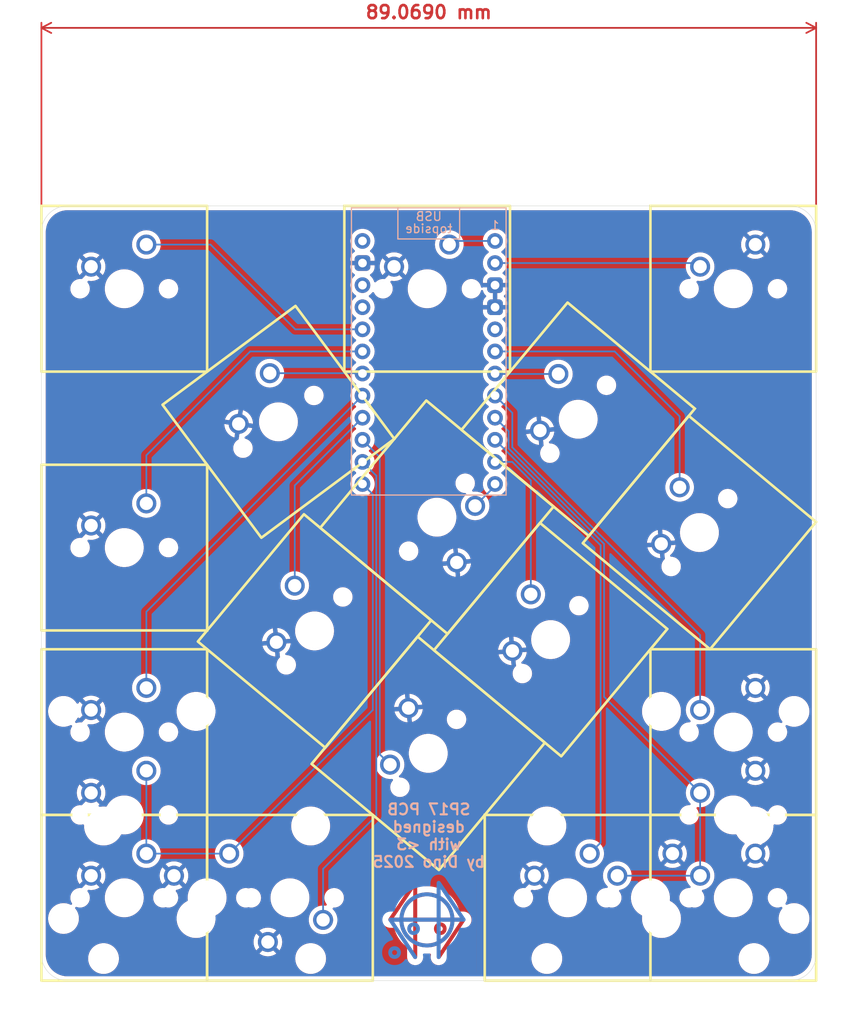
<source format=kicad_pcb>
(kicad_pcb (version 20240108) (generator "pcbnew") (generator_version "8.0")
  (layers (0 "F.Cu" signal) (31 "B.Cu" signal) (34 "B.Paste" user) (35 "F.Paste" user) (36 "B.SilkS" user "B.Silkscreen") (37 "F.SilkS" user "F.Silkscreen") (38 "B.Mask" user) (39 "F.Mask" user) (44 "Edge.Cuts" user))
  (net 0 "")
  (net 2 "GND")
  (net 4 "S1")
  (net 5 "S2")
  (net 6 "S3")
  (net 7 "S4")
  (net 8 "S5")
  (net 9 "S6")
  (net 10 "S7")
  (net 11 "S8")
  (net 12 "S9")
  (net 13 "S10")
  (net 14 "S11")
  (net 15 "S12")
  (net 16 "S13")
  (net 17 "S14")
  (net 18 "S15")
  (net 19 "S16")
  (net 20 "S17")
  (footprint "PCM_marbastlib-mx:SW_MX_1u" (layer "F.Cu") (at 141.372535 114.951269 50.199)
    (property "Reference" "S10" (hide yes))
    (property "Value" "MX_SW_solder")
  )
  (footprint "PCM_marbastlib-mx:STAB_MX_2u" (layer "F.Cu") (at 162.37178 135.109314 -90)
    (property "Reference" "STAB4" (hide yes))
    (property "Value" "MX_stab")
  )
  (footprint "PCM_marbastlib-mx:STAB_MX_2u" (layer "F.Cu") (at 101.87778 144.634314 180)
    (property "Reference" "STAB1" (hide yes))
    (property "Value" "MX_stab")
  )
  (footprint "PCM_marbastlib-mx:SW_MX_1u" (layer "F.Cu") (at 101.87778 144.634314)
    (property "Reference" "S19" (hide yes))
    (property "Value" "MX_SW_solder")
  )
  (footprint "PCM_marbastlib-mx:STAB_MX_2u" (layer "F.Cu") (at 92.35278 135.109314 90)
    (property "Reference" "STAB2" (hide yes))
    (property "Value" "MX_stab")
  )
  (footprint "PCM_marbastlib-mx:STAB_MX_2u" (layer "F.Cu") (at 152.84678 144.634314 180)
    (property "Reference" "STAB3" (hide yes))
    (property "Value" "MX_stab")
  )
  (footprint "PCM_marbastlib-mx:SW_MX_1u" (layer "F.Cu") (at 92.35278 135.109314)
    (property "Reference" "S18" (hide yes))
    (property "Value" "MX_SW_solder")
  )
  (footprint "PCM_marbastlib-mx:SW_MX_1u" (layer "F.Cu") (at 128.297815 100.878459 -129.801)
    (property "Reference" "S7" (hide yes))
    (property "Value" "MX_SW_solder")
  )
  (footprint "PCM_marbastlib-mx:SW_MX_1u" (layer "F.Cu") (at 162.37178 135.109314)
    (property "Reference" "S21" (hide yes))
    (property "Value" "MX_SW_solder")
  )
  (footprint "PCM_marbastlib-mx:SW_MX_1u" (layer "F.Cu") (at 127.303235 128.024369 50.199)
    (property "Reference" "S9" (hide yes))
    (property "Value" "MX_SW_solder")
  )
  (footprint "PCM_marbastlib-mx:SW_MX_1u" (layer "F.Cu") (at 92.35278 125.584314)
    (property "Reference" "S12" (hide yes))
    (property "Value" "MX_SW_solder")
  )
  (footprint "PCM_marbastlib-mx:SW_MX_1u" (layer "F.Cu") (at 152.84678 144.634314)
    (property "Reference" "S20" (hide yes))
    (property "Value" "MX_SW_solder")
  )
  (footprint "PCM_marbastlib-mx:SW_MX_1u" (layer "F.Cu") (at 114.229725 113.952659 50.199)
    (property "Reference" "S6" (hide yes))
    (property "Value" "MX_SW_solder")
  )
  (footprint "PCM_marbastlib-mx:SW_MX_1u" (layer "F.Cu") (at 92.35278 144.634314)
    (property "Reference" "S13" (hide yes))
    (property "Value" "MX_SW_solder")
  )
  (footprint "PCM_marbastlib-mx:SW_MX_1u" (layer "F.Cu") (at 144.541335 89.616859 50.199)
    (property "Reference" "S8" (hide yes))
    (property "Value" "MX_SW_solder")
  )
  (footprint "PCM_marbastlib-mx:SW_MX_1u" (layer "F.Cu") (at 92.35278 104.373314)
    (property "Reference" "S4" (hide yes))
    (property "Value" "MX_SW_solder")
  )
  (footprint "PCM_marbastlib-mx:SW_MX_1u" (layer "F.Cu") (at 92.35278 74.615314)
    (property "Reference" "S1" (hide yes))
    (property "Value" "MX_SW_solder")
  )
  (footprint "PCM_marbastlib-mx:SW_MX_1u" (layer "F.Cu") (at 158.481835 102.645469 50.199)
    (property "Reference" "S11" (hide yes))
    (property "Value" "MX_SW_solder")
  )
  (footprint "PCM_marbastlib-mx:SW_MX_1u" (layer "F.Cu") (at 143.32178 144.634314)
    (property "Reference" "S15" (hide yes))
    (property "Value" "MX_SW_solder")
  )
  (footprint "PCM_marbastlib-mx:SW_MX_1u" (layer "F.Cu") (at 127.17978 74.615314)
    (property "Reference" "S2" (hide yes))
    (property "Value" "MX_SW_solder")
  )
  (footprint "PCM_marbastlib-mx:SW_MX_1u" (layer "F.Cu") (at 162.37178 144.634314)
    (property "Reference" "S16" (hide yes))
    (property "Value" "MX_SW_solder")
  )
  (footprint "PCM_marbastlib-mx:SW_MX_1u" (layer "F.Cu") (at 111.40278 144.634314 180)
    (property "Reference" "S14" (hide yes))
    (property "Value" "MX_SW_solder")
  )
  (footprint "PCM_marbastlib-mx:SW_MX_1u" (layer "F.Cu") (at 162.37178 74.615314)
    (property "Reference" "S3" (hide yes))
    (property "Value" "MX_SW_solder")
  )
  (footprint "PCM_marbastlib-mx:SW_MX_1u" (layer "F.Cu") (at 110.077844 89.914057 36.62)
    (property "Reference" "S5" (hide yes))
    (property "Value" "MX_SW_solder")
  )
  (footprint "PCM_marbastlib-mx:SW_MX_1u" (layer "F.Cu") (at 162.371779 125.584314)
    (property "Reference" "S17" (hide yes))
    (property "Value" "MX_SW_solder")
  )
  (footprint "PCM_marbastlib-xp-promicroish:ProMicro_USBup" (layer "B.Cu") (at 127.36128 83.090314 180)
    (property "Reference" "U1" (hide yes))
    (property "Value" "ProMicro")
  )
  (gr_poly (pts (xy 125.819562 142.687362) (xy 125.83408 142.688807) (xy 125.848397 142.691174) (xy 125.86247 142.694456) (xy 125.87625 142.698644) (xy 125.889694 142.703732) (xy 125.902754 142.709713) (xy 125.915386 142.716578) (xy 125.927544 142.72432) (xy 125.939181 142.732933) (xy 125.950253 142.742408) (xy 125.960713 142.752739) (xy 125.970515 142.763917) (xy 125.979615 142.775937) (xy 125.987966 142.788789) (xy 125.995522 142.802468) (xy 126.00031 142.812429) (xy 126.004757 142.82265) (xy 126.008867 142.833104) (xy 126.012646 142.843768) (xy 126.016099 142.854614) (xy 126.019232 142.865618) (xy 126.022051 142.876753) (xy 126.02456 142.887995) (xy 126.026766 142.899317) (xy 126.028673 142.910694) (xy 126.030287 142.922101) (xy 126.031613 142.933511) (xy 126.032657 142.9449) (xy 126.033425 142.956242) (xy 126.033921 142.96751) (xy 126.034152 142.978681) (xy 126.036136 143.555803) (xy 126.035739 144.133322) (xy 126.035739 144.209522) (xy 126.220181 144.151203) (xy 126.403598 144.102711) (xy 126.585959 144.064138) (xy 126.767229 144.035575) (xy 126.947377 144.017114) (xy 127.12637 144.008846) (xy 127.304175 144.010863) (xy 127.48076 144.023255) (xy 127.656093 144.046116) (xy 127.83014 144.079535) (xy 128.00287 144.123605) (xy 128.174249 144.178417) (xy 128.344246 144.244062) (xy 128.512827 144.320633) (xy 128.67996 144.408219) (xy 128.845613 144.506914) (xy 129.005902 144.614485) (xy 129.156627 144.728192) (xy 129.297872 144.847958) (xy 129.429722 144.973705) (xy 129.55226 145.105355) (xy 129.665572 145.242832) (xy 129.769742 145.386056) (xy 129.864854 145.534952) (xy 129.950993 145.689441) (xy 130.028244 145.849447) (xy 130.09669 146.01489) (xy 130.156417 146.185695) (xy 130.207508 146.361783) (xy 130.250049 146.543076) (xy 130.284124 146.729499) (xy 130.309817 146.920972) (xy 131.269725 146.920972) (xy 131.288775 146.920773) (xy 131.2983 146.920748) (xy 131.303063 146.92082) (xy 131.307825 146.920972) (xy 131.325438 146.92232) (xy 131.342913 146.924047) (xy 131.360187 146.926246) (xy 131.377196 146.929008) (xy 131.393876 146.932428) (xy 131.410163 146.936599) (xy 131.425995 146.941612) (xy 131.441308 146.947562) (xy 131.456037 146.954542) (xy 131.47012 146.962643) (xy 131.483494 146.971961) (xy 131.489894 146.977104) (xy 131.496093 146.982586) (xy 131.502083 146.988419) (xy 131.507855 146.994614) (xy 131.513403 147.001182) (xy 131.518717 147.008135) (xy 131.52379 147.015486) (xy 131.528614 147.023244) (xy 131.533181 147.031423) (xy 131.537484 147.040034) (xy 131.545269 147.057811) (xy 131.551946 147.075617) (xy 131.557495 147.093444) (xy 131.5619 147.111281) (xy 131.565141 147.129122) (xy 131.567203 147.146958) (xy 131.568065 147.164779) (xy 131.567712 147.182578) (xy 131.566125 147.200346) (xy 131.563285 147.218075) (xy 131.559177 147.235755) (xy 131.55378 147.253379) (xy 131.547078 147.270938) (xy 131.539053 147.288423) (xy 131.529687 147.305826) (xy 131.518963 147.323138) (xy 130.069046 149.510713) (xy 128.735547 151.524193) (xy 128.721702 151.545296) (xy 128.707641 151.56622) (xy 128.700384 151.576465) (xy 128.692898 151.586486) (xy 128.685125 151.596224) (xy 128.677007 151.605618) (xy 128.668487 151.614609) (xy 128.659505 151.623137) (xy 128.650003 151.631143) (xy 128.639924 151.638567) (xy 128.63465 151.642041) (xy 128.62921 151.645348) (xy 128.623596 151.64848) (xy 128.617802 151.651429) (xy 128.611819 151.654187) (xy 128.605642 151.656748) (xy 128.599262 151.659104) (xy 128.592672 151.661247) (xy 128.572992 151.66652) (xy 128.553482 151.670442) (xy 128.534198 151.673026) (xy 128.515198 151.674286) (xy 128.496539 151.674234) (xy 128.478278 151.672883) (xy 128.460474 151.670248) (xy 128.443182 151.66634) (xy 128.426461 151.661173) (xy 128.410367 151.654761) (xy 128.394959 151.647116) (xy 128.380294 151.638252) (xy 128.366428 151.628182) (xy 128.35342 151.616919) (xy 128.341326 151.604476) (xy 128.330204 151.590867) (xy 128.319595 151.575533) (xy 128.31039 151.559722) (xy 128.302592 151.543478) (xy 128.296206 151.526846) (xy 128.291233 151.50987) (xy 128.287677 151.492594) (xy 128.285541 151.475062) (xy 128.284829 151.457319) (xy 128.285542 151.439408) (xy 128.287685 151.421374) (xy 128.291261 151.40326) (xy 128.296272 151.385112) (xy 128.302721 151.366973) (xy 128.310613 151.348888) (xy 128.319949 151.3309) (xy 128.330733 151.313055) (xy 128.42977 151.161886) (xy 128.5297 151.011363) (xy 128.730254 150.710863) (xy 130.900896 147.434792) (xy 130.908404 147.423183) (xy 130.91611 147.410979) (xy 130.924411 147.397585) (xy 130.933704 147.382405) (xy 130.315108 147.382405) (xy 130.292123 147.574967) (xy 130.26061 147.762664) (xy 130.220475 147.945404) (xy 130.171621 148.123097) (xy 130.113957 148.295653) (xy 130.047385 148.462981) (xy 129.971813 148.624989) (xy 129.887145 148.781587) (xy 129.793287 148.932686) (xy 129.690144 149.078193) (xy 129.577622 149.218018) (xy 129.455626 149.352071) (xy 129.324061 149.48026) (xy 129.182834 149.602496) (xy 129.031849 149.718687) (xy 128.871012 149.828742) (xy 128.704341 149.929539) (xy 128.536135 150.019066) (xy 128.366421 150.097413) (xy 128.195225 150.164672) (xy 128.022575 150.220934) (xy 127.848498 150.266288) (xy 127.673021 150.300826) (xy 127.496172 150.324638) (xy 127.317976 150.337815) (xy 127.138462 150.340448) (xy 126.957657 150.332627) (xy 126.775588 150.314443) (xy 126.592281 150.285987) (xy 126.407764 150.24735) (xy 126.222064 150.198621) (xy 126.035209 150.139893) (xy 126.035209 150.244138) (xy 126.035738 150.821261) (xy 126.035209 151.109946) (xy 126.033092 151.39878) (xy 126.032766 151.410942) (xy 126.031994 151.423201) (xy 126.030789 151.43553) (xy 126.029165 151.447902) (xy 126.027135 151.460289) (xy 126.024711 151.472664) (xy 126.021908 151.485) (xy 126.018739 151.497271) (xy 126.015216 151.509449) (xy 126.011352 151.521506) (xy 126.007162 151.533417) (xy 126.002657 151.545152) (xy 125.997852 151.556687) (xy 125.992759 151.567992) (xy 125.987392 151.579042) (xy 125.981763 151.589809) (xy 125.977977 151.596459) (xy 125.973965 151.602817) (xy 125.969736 151.608888) (xy 125.965295 151.614673) (xy 125.96065 151.620176) (xy 125.955809 151.625401) (xy 125.950778 151.630351) (xy 125.945565 151.635028) (xy 125.940176 151.639436) (xy 125.93462 151.643579) (xy 125.928903 151.647459) (xy 125.923032 151.65108) (xy 125.917014 151.654444) (xy 125.910858 151.657556) (xy 125.904569 151.660417) (xy 125.898155 151.663032) (xy 125.891623 151.665404) (xy 125.884981 151.667536) (xy 125.878235 151.66943) (xy 125.871393 151.671091) (xy 125.864461 151.672521) (xy 125.857448 151.673724) (xy 125.843204 151.67546) (xy 125.828718 151.676324) (xy 125.814048 151.676343) (xy 125.799251 151.675542) (xy 125.784384 151.673946) (xy 125.766891 151.671251) (xy 125.749958 151.667711) (xy 125.733625 151.663302) (xy 125.717932 151.657997) (xy 125.702918 151.651772) (xy 125.688622 151.6446) (xy 125.675085 151.636456) (xy 125.662345 151.627314) (xy 125.656286 151.622361) (xy 125.650442 151.617149) (xy 125.644817 151.611675) (xy 125.639416 151.605936) (xy 125.634244 151.599928) (xy 125.629306 151.593648) (xy 125.624607 151.587093) (xy 125.620152 151.58026) (xy 125.615946 151.573145) (xy 125.611993 151.565746) (xy 125.608299 151.558059) (xy 125.604869 151.550082) (xy 125.601708 151.54181) (xy 125.59882 151.533241) (xy 125.59621 151.524371) (xy 125.593884 151.515197) (xy 125.590642 151.500641) (xy 125.587691 151.48596) (xy 125.585075 151.471181) (xy 125.582838 151.456327) (xy 125.581022 151.441423) (xy 125.579671 151.426495) (xy 125.578829 151.411566) (xy 125.578538 151.396663) (xy 125.577612 150.695782) (xy 125.579067 149.994901) (xy 125.578942 149.98509) (xy 125.578359 149.97587) (xy 125.57731 149.967201) (xy 125.575785 149.959041) (xy 125.573772 149.951349) (xy 125.571263 149.944085) (xy 125.568247 149.937206) (xy 125.564714 149.930673) (xy 125.560653 149.924443) (xy 125.556056 149.918476) (xy 125.550911 149.912731) (xy 125.545209 149.907166) (xy 125.538939 149.901741) (xy 125.532092 149.896415) (xy 125.524658 149.891146) (xy 125.516626 149.885893) (xy 125.359959 149.78304) (xy 125.211626 149.67471) (xy 125.11729 149.598026) (xy 126.03415 149.598026) (xy 126.034217 149.602297) (xy 126.034415 149.606381) (xy 126.034742 149.610286) (xy 126.035197 149.614018) (xy 126.035779 149.617583) (xy 126.036484 149.620987) (xy 126.037312 149.624236) (xy 126.03826 149.627337) (xy 126.039326 149.630297) (xy 126.04051 149.63312) (xy 126.041808 149.635815) (xy 126.04322 149.638387) (xy 126.044742 149.640842) (xy 126.046374 149.643186) (xy 126.048114 149.645427) (xy 126.049959 149.647569) (xy 126.051908 149.649621) (xy 126.05396 149.651587) (xy 126.058361 149.655289) (xy 126.063148 149.658726) (xy 126.068307 149.661948) (xy 126.073822 149.665006) (xy 126.079678 149.667949) (xy 126.085862 149.67083) (xy 126.092359 149.673697) (xy 126.194208 149.715072) (xy 126.29654 149.752086) (xy 126.399325 149.784743) (xy 126.502537 149.813049) (xy 126.60615 149.837008) (xy 126.710135 149.856625) (xy 126.814466 149.871904) (xy 126.919115 149.88285) (xy 127.024056 149.889467) (xy 127.129262 149.891761) (xy 127.234704 149.889735) (xy 127.340357 149.883395) (xy 127.446192 149.872746) (xy 127.552184 149.857791) (xy 127.658304 149.838535) (xy 127.764525 149.814984) (xy 127.925217 149.77177) (xy 128.08007 149.721137) (xy 128.229088 149.663132) (xy 128.372273 149.597803) (xy 128.50963 149.525196) (xy 128.64116 149.44536) (xy 128.766868 149.358342) (xy 128.886756 149.264188) (xy 129.000827 149.162946) (xy 129.109084 149.054664) (xy 129.211531 148.939388) (xy 129.308171 148.817166) (xy 129.399006 148.688045) (xy 129.48404 148.552073) (xy 129.563276 148.409297) (xy 129.636717 148.259763) (xy 129.659896 148.207697) (xy 129.681807 148.155279) (xy 129.702444 148.102502) (xy 129.721805 148.049362) (xy 129.739886 147.995853) (xy 129.756682 147.941969) (xy 129.772189 147.887706) (xy 129.786405 147.833057) (xy 129.799324 147.778018) (xy 129.810944 147.722582) (xy 129.82126 147.666745) (xy 129.830268 147.610501) (xy 129.837964 147.553845) (xy 129.844346 147.496771) (xy 129.849407 147.439273) (xy 129.853146 147.381347) (xy 126.037855 147.381347) (xy 126.0364 147.406549) (xy 126.03592 147.417885) (xy 126.035786 147.423432) (xy 126.035738 147.428972) (xy 126.03415 149.598026) (xy 125.11729 149.598026) (xy 125.071626 149.560906) (xy 124.939958 149.441632) (xy 124.816621 149.316892) (xy 124.701615 149.186689) (xy 124.594938 149.051027) (xy 124.496591 148.909911) (xy 124.406571 148.763343) (xy 124.324879 148.611329) (xy 124.251514 148.453872) (xy 124.186474 148.290976) (xy 124.12976 148.122644) (xy 124.08137 147.948881) (xy 124.041303 147.769691) (xy 124.009559 147.585076) (xy 124.006169 147.55999) (xy 124.003077 147.534805) (xy 123.997388 147.484534) (xy 123.990972 147.433668) (xy 123.984545 147.380817) (xy 124.439771 147.380817) (xy 124.457675 147.535757) (xy 124.482788 147.686486) (xy 124.515077 147.83306) (xy 124.55451 147.975535) (xy 124.601052 148.113966) (xy 124.65467 148.248411) (xy 124.715331 148.378924) (xy 124.783002 148.505561) (xy 124.85765 148.628378) (xy 124.93924 148.747432) (xy 125.02774 148.862777) (xy 125.123116 148.974469) (xy 125.225335 149.082565) (xy 125.334364 149.18712) (xy 125.450169 149.288189) (xy 125.572717 149.38583) (xy 125.572717 147.380817) (xy 124.439771 147.380817) (xy 123.984545 147.380817) (xy 123.984159 147.377643) (xy 123.915368 147.377643) (xy 123.442292 147.37804) (xy 122.969217 147.376055) (xy 122.959232 147.375837) (xy 122.949137 147.375376) (xy 122.93896 147.374666) (xy 122.928728 147.373699) (xy 122.918468 147.372468) (xy 122.908207 147.370967) (xy 122.897973 147.369189) (xy 122.887792 147.367126) (xy 122.877692 147.364771) (xy 122.867699 147.362118) (xy 122.857841 147.35916) (xy 122.848146 147.355889) (xy 122.838639 147.352299) (xy 122.829349 147.348382) (xy 122.820302 147.344133) (xy 122.811526 147.339542) (xy 122.801121 147.333423) (xy 122.791239 147.326788) (xy 122.781883 147.319662) (xy 122.773055 147.312068) (xy 122.764757 147.304032) (xy 122.756993 147.295577) (xy 122.749764 147.286727) (xy 122.743073 147.277506) (xy 122.736922 147.267939) (xy 122.731314 147.258049) (xy 122.726251 147.247862) (xy 122.721736 147.2374) (xy 122.717771 147.226688) (xy 122.714357 147.21575) (xy 122.711499 147.204611) (xy 122.709198 147.193294) (xy 122.707457 147.181824) (xy 122.706278 147.170224) (xy 122.705663 147.158519) (xy 122.705615 147.146733) (xy 122.706136 147.13489) (xy 122.70723 147.123014) (xy 122.708897 147.111129) (xy 122.711141 147.09926) (xy 122.713964 147.08743) (xy 122.717369 147.075664) (xy 122.721357 147.063986) (xy 122.725932 147.052419) (xy 122.731096 147.040989) (xy 122.73685 147.029719) (xy 122.743198 147.018633) (xy 122.750143 147.007755) (xy 122.811361 146.917268) (xy 123.359213 146.917268) (xy 123.988921 146.917268) (xy 124.443476 146.917268) (xy 125.573776 146.917268) (xy 125.573776 144.963055) (xy 125.453769 145.058271) (xy 125.340224 145.156827) (xy 125.233167 145.258776) (xy 125.132624 145.364172) (xy 125.03862 145.473069) (xy 124.951181 145.58552) (xy 124.870332 145.701578) (xy 124.796099 145.821298) (xy 124.728508 145.944731) (xy 124.667583 146.071933) (xy 124.613351 146.202957) (xy 124.565837 146.337855) (xy 124.525067 146.476682) (xy 124.491067 146.619491) (xy 124.463861 146.766335) (xy 124.443476 146.917268) (xy 123.988921 146.917268) (xy 123.991369 146.901542) (xy 123.993816 146.886708) (xy 123.996065 146.872471) (xy 123.997053 146.865482) (xy 123.997917 146.85853) (xy 124.015426 146.727678) (xy 124.037183 146.597924) (xy 124.063467 146.469373) (xy 124.094556 146.34213) (xy 124.130731 146.216301) (xy 124.150812 146.153949) (xy 124.172269 146.091991) (xy 124.195137 146.030439) (xy 124.219451 145.969306) (xy 124.245245 145.908606) (xy 124.272555 145.848351) (xy 124.32602 145.739024) (xy 124.382828 145.632692) (xy 124.442972 145.529351) (xy 124.506446 145.428995) (xy 124.573244 145.331619) (xy 124.64336 145.237217) (xy 124.716787 145.145783) (xy 124.793519 145.057314) (xy 124.873551 144.971802) (xy 124.956875 144.889242) (xy 125.043485 144.80963) (xy 125.103083 144.758797) (xy 126.03468 144.758797) (xy 126.035738 146.857473) (xy 126.035831 146.864425) (xy 126.036086 146.871421) (xy 126.036464 146.878504) (xy 126.036929 146.885717) (xy 126.037971 146.900707) (xy 126.038473 146.908571) (xy 126.038913 146.916739) (xy 129.849442 146.916739) (xy 129.845143 146.867129) (xy 129.842968 146.843366) (xy 129.840447 146.819901) (xy 129.831715 146.75402) (xy 129.826903 146.721079) (xy 129.824255 146.704609) (xy 129.821396 146.688139) (xy 129.7959 146.566082) (xy 129.765835 146.446601) (xy 129.731182 146.32974) (xy 129.691924 146.215543) (xy 129.648044 146.104057) (xy 129.599522 145.995325) (xy 129.546342 145.889393) (xy 129.488485 145.786306) (xy 129.425934 145.686109) (xy 129.35867 145.588847) (xy 129.286677 145.494564) (xy 129.209936 145.403305) (xy 129.12843 145.315117) (xy 129.04214 145.230043) (xy 128.951049 145.148128) (xy 128.855139 145.069418) (xy 128.696543 144.952108) (xy 128.535897 144.847396) (xy 128.373234 144.755231) (xy 128.208588 144.675561) (xy 128.041991 144.608333) (xy 127.873477 144.553496) (xy 127.70308 144.510998) (xy 127.530833 144.480786) (xy 127.356768 144.46281) (xy 127.18092 144.457016) (xy 127.003322 144.463354) (xy 126.824007 144.48177) (xy 126.643008 144.512214) (xy 126.460359 144.554633) (xy 126.276093 144.608975) (xy 126.090243 144.675189) (xy 126.082637 144.678337) (xy 126.075679 144.681647) (xy 126.072437 144.68337) (xy 126.06935 144.685142) (xy 126.066414 144.686967) (xy 126.063627 144.688848) (xy 126.060987 144.690788) (xy 126.058491 144.69279) (xy 126.056136 144.694857) (xy 126.053919 144.696992) (xy 126.051839 144.699199) (xy 126.049892 144.70148) (xy 126.048076 144.703839) (xy 126.046388 144.706278) (xy 126.044826 144.708801) (xy 126.043386 144.71141) (xy 126.042067 144.71411) (xy 126.040866 144.716902) (xy 126.03978 144.719791) (xy 126.038806 144.722779) (xy 126.037942 144.725869) (xy 126.037186 144.729065) (xy 126.036534 144.732369) (xy 126.035984 144.735785) (xy 126.03518 144.742964) (xy 126.034752 144.750626) (xy 126.03468 144.758797) (xy 125.103083 144.758797) (xy 125.133377 144.732959) (xy 125.226542 144.659225) (xy 125.322975 144.588421) (xy 125.422671 144.520543) (xy 125.525621 144.455585) (xy 125.52975 144.452942) (xy 125.533966 144.449994) (xy 125.538223 144.446773) (xy 125.542472 144.443306) (xy 125.546665 144.439626) (xy 125.550755 144.435763) (xy 125.554692 144.431746) (xy 125.55843 144.427605) (xy 125.561919 144.423372) (xy 125.565113 144.419075) (xy 125.567962 144.414747) (xy 125.570419 144.410416) (xy 125.571485 144.408259) (xy 125.572435 144.406112) (xy 125.573264 144.403981) (xy 125.573964 144.401867) (xy 125.57453 144.399776) (xy 125.574956 144.397711) (xy 125.575236 144.395675) (xy 125.575363 144.393673) (xy 125.577033 144.211201) (xy 125.577612 144.028878) (xy 125.57748 143.664481) (xy 125.563192 143.65866) (xy 123.359213 146.917268) (xy 122.811361 146.917268) (xy 123.801597 145.453593) (xy 125.586476 142.810935) (xy 125.597396 142.795586) (xy 125.608894 142.781283) (xy 125.620924 142.76802) (xy 125.633439 142.75579) (xy 125.646395 142.744584) (xy 125.659746 142.734395) (xy 125.673445 142.725217) (xy 125.687448 142.717041) (xy 125.701707 142.70986) (xy 125.716179 142.703667) (xy 125.730816 142.698455) (xy 125.745573 142.694216) (xy 125.760405 142.690943) (xy 125.775266 142.688628) (xy 125.790109 142.687265) (xy 125.80489 142.686845)) (stroke (width -0.000001)) (fill solid) (layer "F.Cu"))
  (gr_poly (pts (xy 128.728001 147.46286) (xy 128.767256 147.467168) (xy 128.805657 147.473084) (xy 128.843174 147.480575) (xy 128.879776 147.489607) (xy 128.915433 147.500147) (xy 128.950115 147.512163) (xy 128.983792 147.525619) (xy 129.016433 147.540485) (xy 129.048008 147.556725) (xy 129.078487 147.574308) (xy 129.10784 147.593199) (xy 129.136037 147.613366) (xy 129.163046 147.634774) (xy 129.188839 147.657392) (xy 129.213384 147.681186) (xy 129.236652 147.706123) (xy 129.258612 147.732168) (xy 129.279235 147.75929) (xy 129.298489 147.787455) (xy 129.316345 147.816629) (xy 129.332772 147.84678) (xy 129.347741 147.877873) (xy 129.36122 147.909877) (xy 129.37318 147.942758) (xy 129.383591 147.976481) (xy 129.392422 148.011016) (xy 129.399643 148.046327) (xy 129.405224 148.082382) (xy 129.409134 148.119147) (xy 129.411343 148.15659) (xy 129.411822 148.194676) (xy 129.410459 148.234656) (xy 129.407288 148.273812) (xy 129.402353 148.312113) (xy 129.395693 148.34953) (xy 129.38735 148.38603) (xy 129.377366 148.421585) (xy 129.365782 148.456164) (xy 129.352638 148.489736) (xy 129.337977 148.522271) (xy 129.321839 148.553738) (xy 129.304267 148.584107) (xy 129.2853 148.613348) (xy 129.26498 148.64143) (xy 129.24335 148.668323) (xy 129.220449 148.693996) (xy 129.196319 148.718419) (xy 129.171002 148.741561) (xy 129.144538 148.763392) (xy 129.11697 148.783882) (xy 129.088338 148.803001) (xy 129.058683 148.820717) (xy 129.028048 148.837) (xy 128.996472 148.85182) (xy 128.963998 148.865147) (xy 128.930667 148.87695) (xy 128.896519 148.887198) (xy 128.861597 148.895862) (xy 128.825941 148.90291) (xy 128.789594 148.908313) (xy 128.752595 148.91204) (xy 128.714986 148.91406) (xy 128.676809 148.914343) (xy 128.636646 148.912826) (xy 128.597337 148.909495) (xy 128.55891 148.904392) (xy 128.521396 148.897559) (xy 128.484822 148.889039) (xy 128.449219 148.878876) (xy 128.414614 148.867111) (xy 128.381038 148.853787) (xy 128.34852 148.838947) (xy 128.317087 148.822633) (xy 128.28677 148.804889) (xy 128.257598 148.785756) (xy 128.229599 148.765277) (xy 128.202803 148.743496) (xy 128.177238 148.720454) (xy 128.152935 148.696194) (xy 128.129921 148.67076) (xy 128.108226 148.644192) (xy 128.087879 148.616535) (xy 128.068909 148.587831) (xy 128.051345 148.558122) (xy 128.035216 148.527451) (xy 128.020552 148.495861) (xy 128.007381 148.463394) (xy 127.995732 148.430093) (xy 127.985635 148.396) (xy 127.977118 148.361159) (xy 127.970211 148.325612) (xy 127.964942 148.289401) (xy 127.961342 148.252569) (xy 127.959438 148.215159) (xy 127.959299 148.18568) (xy 128.400055 148.18568) (xy 128.400409 148.20075) (xy 128.40146 148.215586) (xy 128.403195 148.230174) (xy 128.405596 148.244497) (xy 128.40865 148.258541) (xy 128.41234 148.272288) (xy 128.416651 148.285723) (xy 128.421569 148.298831) (xy 128.427077 148.311595) (xy 128.43316 148.324001) (xy 128.439803 148.336031) (xy 128.446991 148.34767) (xy 128.454709 148.358903) (xy 128.462941 148.369714) (xy 128.471671 148.380086) (xy 128.480885 148.390005) (xy 128.490567 148.399453) (xy 128.500702 148.408417) (xy 128.511275 148.416878) (xy 128.52227 148.424823) (xy 128.533671 148.432235) (xy 128.545465 148.439098) (xy 128.557635 148.445397) (xy 128.570165 148.451115) (xy 128.583042 148.456237) (xy 128.596249 148.460748) (xy 128.609771 148.46463) (xy 128.623593 148.46787) (xy 128.637699 148.47045) (xy 128.652074 148.472355) (xy 128.666704 148.473569) (xy 128.681572 148.474076) (xy 128.696503 148.47386) (xy 128.711222 148.472926) (xy 128.725712 148.47129) (xy 128.739956 148.468968) (xy 128.753937 148.465978) (xy 128.767639 148.462335) (xy 128.781044 148.458056) (xy 128.794135 148.453158) (xy 128.806897 148.447656) (xy 128.819311 148.441568) (xy 128.831362 148.43491) (xy 128.843032 148.427698) (xy 128.854304 148.419949) (xy 128.865161 148.411679) (xy 128.875588 148.402905) (xy 128.885566 148.393643) (xy 128.895079 148.38391) (xy 128.904109 148.373722) (xy 128.912642 148.363096) (xy 128.920658 148.352047) (xy 128.928142 148.340594) (xy 128.935077 148.328751) (xy 128.941445 148.316536) (xy 128.94723 148.303965) (xy 128.952416 148.291055) (xy 128.956984 148.277822) (xy 128.960919 148.264281) (xy 128.964203 148.250451) (xy 128.96682 148.236348) (xy 128.968753 148.221987) (xy 128.969984 148.207385) (xy 128.970498 148.192559) (xy 128.970278 148.177394) (xy 128.969334 148.162467) (xy 128.967681 148.147796) (xy 128.965334 148.133395) (xy 128.96231 148.11928) (xy 128.958624 148.105468) (xy 128.954292 148.091973) (xy 128.949331 148.078813) (xy 128.943755 148.066002) (xy 128.937582 148.053556) (xy 128.930826 148.041492) (xy 128.923505 148.029825) (xy 128.915633 148.01857) (xy 128.907226 148.007744) (xy 128.898301 147.997362) (xy 128.888873 147.987441) (xy 128.878959 147.977995) (xy 128.868573 147.969041) (xy 128.857733 147.960595) (xy 128.846453 147.952672) (xy 128.83475 147.945288) (xy 128.82264 147.938459) (xy 128.810138 147.9322) (xy 128.797261 147.926529) (xy 128.784024 147.921459) (xy 128.770444 147.917008) (xy 128.756535 147.91319) (xy 128.742315 147.910022) (xy 128.727798 147.90752) (xy 128.713001 147.905699) (xy 128.69794 147.904575) (xy 128.682631 147.904163) (xy 128.668087 147.904576) (xy 128.653738 147.905703) (xy 128.6396 147.907527) (xy 128.625691 147.910031) (xy 128.612029 147.913197) (xy 128.598631 147.917008) (xy 128.585514 147.921447) (xy 128.572696 147.926496) (xy 128.560194 147.932138) (xy 128.548026 147.938356) (xy 128.536209 147.945132) (xy 128.524761 147.952449) (xy 128.513698 147.96029) (xy 128.503039 147.968636) (xy 128.492801 147.977472) (xy 128.483002 147.98678) (xy 128.473658 147.996541) (xy 128.464787 148.00674) (xy 128.456407 148.017358) (xy 128.448536 148.028378) (xy 128.441189 148.039783) (xy 128.434386 148.051556) (xy 128.428143 148.063679) (xy 128.422478 148.076134) (xy 128.417409 148.088906) (xy 128.412952 148.101975) (xy 128.409125 148.115325) (xy 128.405946 148.128938) (xy 128.403432 148.142798) (xy 128.4016 148.156887) (xy 128.400469 148.171186) (xy 128.400055 148.18568) (xy 127.959299 148.18568) (xy 127.959259 148.177213) (xy 127.960895 148.13786) (xy 127.964286 148.099386) (xy 127.969394 148.061814) (xy 127.976179 148.025165) (xy 127.984603 147.98946) (xy 127.994626 147.95472) (xy 128.006208 147.920967) (xy 128.019311 147.888222) (xy 128.033896 147.856507) (xy 128.049922 147.825842) (xy 128.067351 147.79625) (xy 128.086144 147.76775) (xy 128.106261 147.740366) (xy 128.127664 147.714117) (xy 128.150312 147.689025) (xy 128.174167 147.665113) (xy 128.199189 147.6424) (xy 128.225339 147.620908) (xy 128.252578 147.600659) (xy 128.280867 147.581674) (xy 128.310166 147.563974) (xy 128.340437 147.54758) (xy 128.371639 147.532515) (xy 128.403734 147.518798) (xy 128.436683 147.506452) (xy 128.470445 147.495498) (xy 128.504983 147.485957) (xy 128.540256 147.47785) (xy 128.576226 147.471199) (xy 128.612853 147.466025) (xy 128.650098 147.462349) (xy 128.687922 147.460193)) (stroke (width -0.000001)) (fill solid) (layer "F.Cu"))
  (gr_poly (pts (xy 130.901672 150.204945) (xy 130.939889 150.207197) (xy 130.977412 150.211174) (xy 131.014203 150.216843) (xy 131.050225 150.22417) (xy 131.08544 150.233121) (xy 131.119811 150.243664) (xy 131.1533 150.255764) (xy 131.185872 150.269387) (xy 131.217487 150.284502) (xy 131.248109 150.301073) (xy 131.277701 150.319067) (xy 131.306225 150.338451) (xy 131.333644 150.359192) (xy 131.359921 150.381255) (xy 131.385018 150.404608) (xy 131.408897 150.429216) (xy 131.431523 150.455047) (xy 131.452857 150.482066) (xy 131.472862 150.510241) (xy 131.491501 150.539537) (xy 131.508737 150.569921) (xy 131.524531 150.60136) (xy 131.538848 150.63382) (xy 131.551649 150.667267) (xy 131.562898 150.701669) (xy 131.572556 150.73699) (xy 131.580587 150.773199) (xy 131.586954 150.810262) (xy 131.591618 150.848144) (xy 131.594543 150.886812) (xy 131.595692 150.926234) (xy 131.595075 150.964346) (xy 131.592749 151.001861) (xy 131.588744 151.038739) (xy 131.583088 151.074942) (xy 131.575813 151.11043) (xy 131.566949 151.145165) (xy 131.556524 151.179106) (xy 131.54457 151.212216) (xy 131.531116 151.244454) (xy 131.516191 151.275781) (xy 131.499827 151.306159) (xy 131.482053 151.335549) (xy 131.462898 151.36391) (xy 131.442394 151.391205) (xy 131.420569 151.417393) (xy 131.397453 151.442436) (xy 131.373078 151.466295) (xy 131.347472 151.48893) (xy 131.320665 151.510302) (xy 131.292688 151.530373) (xy 131.26357 151.549102) (xy 131.233341 151.566452) (xy 131.202032 151.582382) (xy 131.169672 151.596854) (xy 131.136291 151.609828) (xy 131.101919 151.621265) (xy 131.066586 151.631126) (xy 131.030323 151.639373) (xy 130.993158 151.645965) (xy 130.955121 151.650864) (xy 130.916244 151.65403) (xy 130.876555 151.655425) (xy 130.838462 151.654996) (xy 130.801002 151.652837) (xy 130.764208 151.648976) (xy 130.728115 151.643446) (xy 130.692755 151.636276) (xy 130.658165 151.627496) (xy 130.624377 151.617137) (xy 130.591425 151.605229) (xy 130.559344 151.591803) (xy 130.528167 151.576889) (xy 130.497929 151.560516) (xy 130.468663 151.542716) (xy 130.440404 151.523519) (xy 130.413186 151.502955) (xy 130.387042 151.481055) (xy 130.362006 151.457848) (xy 130.338113 151.433366) (xy 130.315397 151.407638) (xy 130.293891 151.380694) (xy 130.27363 151.352566) (xy 130.254648 151.323283) (xy 130.236978 151.292876) (xy 130.220654 151.261375) (xy 130.205712 151.22881) (xy 130.192184 151.195212) (xy 130.180104 151.160611) (xy 130.169508 151.125038) (xy 130.160428 151.088522) (xy 130.152898 151.051094) (xy 130.146953 151.012785) (xy 130.142627 150.973624) (xy 130.139954 150.933643) (xy 130.140349 150.926234) (xy 130.584455 150.926234) (xy 130.584762 150.941303) (xy 130.585774 150.95614) (xy 130.587473 150.970727) (xy 130.589845 150.985051) (xy 130.592874 150.999094) (xy 130.596544 151.012841) (xy 130.60084 151.026277) (xy 130.605746 151.039385) (xy 130.611246 151.052149) (xy 130.617326 151.064554) (xy 130.623969 151.076585) (xy 130.631159 151.088224) (xy 130.638882 151.099457) (xy 130.647121 151.110268) (xy 130.655861 151.12064) (xy 130.665087 151.130559) (xy 130.674782 151.140007) (xy 130.684932 151.14897) (xy 130.69552 151.157432) (xy 130.70653 151.165377) (xy 130.717949 151.172789) (xy 130.729759 151.179652) (xy 130.741945 151.185951) (xy 130.754491 151.191669) (xy 130.767383 151.196791) (xy 130.780604 151.201301) (xy 130.794138 151.205184) (xy 130.807971 151.208423) (xy 130.822087 151.211003) (xy 130.836469 151.212908) (xy 130.851102 151.214122) (xy 130.865972 151.214629) (xy 130.880903 151.214414) (xy 130.895622 151.213479) (xy 130.910112 151.211843) (xy 130.924356 151.209522) (xy 130.938337 151.206531) (xy 130.952038 151.202888) (xy 130.965443 151.198609) (xy 130.978535 151.193711) (xy 130.991297 151.188209) (xy 131.003711 151.182121) (xy 131.015762 151.175463) (xy 131.027431 151.168251) (xy 131.038703 151.160502) (xy 131.049561 151.152232) (xy 131.059987 151.143458) (xy 131.069965 151.134196) (xy 131.079478 151.124463) (xy 131.088509 151.114275) (xy 131.097041 151.103649) (xy 131.105058 151.092601) (xy 131.112542 151.081147) (xy 131.119476 151.069305) (xy 131.125844 151.05709) (xy 131.13163 151.044519) (xy 131.136815 151.031608) (xy 131.141383 151.018375) (xy 131.145318 151.004835) (xy 131.148602 150.991005) (xy 131.151219 150.976901) (xy 131.153152 150.96254) (xy 131.154383 150.947938) (xy 131.154897 150.933112) (xy 131.154678 150.917945) (xy 131.153734 150.903015) (xy 131.15208 150.888336) (xy 131.149734 150.873926) (xy 131.146709 150.859801) (xy 131.143023 150.845976) (xy 131.138692 150.832468) (xy 131.13373 150.819292) (xy 131.128155 150.806465) (xy 131.121982 150.794003) (xy 131.115226 150.781923) (xy 131.107905 150.770239) (xy 131.100033 150.758968) (xy 131.091626 150.748127) (xy 131.082701 150.737731) (xy 131.073273 150.727796) (xy 131.063359 150.718339) (xy 131.052973 150.709375) (xy 131.042133 150.700921) (xy 131.030853 150.692993) (xy 131.01915 150.685606) (xy 131.00704 150.678778) (xy 130.994538 150.672523) (xy 130.981661 150.666859) (xy 130.968424 150.661801) (xy 130.954844 150.657365) (xy 130.940935 150.653567) (xy 130.926714 150.650424) (xy 130.912198 150.647951) (xy 130.897401 150.646165) (xy 130.88234 150.645081) (xy 130.86703 150.644717) (xy 130.852487 150.645081) (xy 130.838137 150.646163) (xy 130.823999 150.647946) (xy 130.810091 150.650411) (xy 130.796429 150.653541) (xy 130.78303 150.65732) (xy 130.769914 150.661729) (xy 130.757095 150.666752) (xy 130.744594 150.672371) (xy 130.732426 150.678569) (xy 130.720609 150.685328) (xy 130.70916 150.692631) (xy 130.698098 150.70046) (xy 130.687439 150.7088) (xy 130.677201 150.717631) (xy 130.667402 150.726937) (xy 130.658058 150.7367) (xy 130.649187 150.746903) (xy 130.640807 150.757529) (xy 130.632935 150.76856) (xy 130.625589 150.779979) (xy 130.618786 150.791769) (xy 130.612543 150.803912) (xy 130.606878 150.816391) (xy 130.601808 150.829188) (xy 130.597352 150.842287) (xy 130.593525 150.855669) (xy 130.590346 150.869319) (xy 130.587832 150.883217) (xy 130.586 150.897347) (xy 130.584869 150.911692) (xy 130.584455 150.926234) (xy 130.140349 150.926234) (xy 130.141981 150.895576) (xy 130.145566 150.858097) (xy 130.150686 150.821247) (xy 130.157318 150.785064) (xy 130.165439 150.74959) (xy 130.175025 150.714863) (xy 130.186054 150.680923) (xy 130.198502 150.64781) (xy 130.212345 150.615563) (xy 130.227562 150.584223) (xy 130.244128 150.553829) (xy 130.262021 150.524421) (xy 130.281218 150.496038) (xy 130.301694 150.468721) (xy 130.323428 150.442508) (xy 130.346396 150.41744) (xy 130.370574 150.393557) (xy 130.39594 150.370898) (xy 130.422471 150.349502) (xy 130.450142 150.329411) (xy 130.478932 150.310662) (xy 130.508817 150.293297) (xy 130.539774 150.277354) (xy 130.57178 150.262874) (xy 130.60481 150.249896) (xy 130.638844 150.23846) (xy 130.673856 150.228606) (xy 130.709825 150.220373) (xy 130.746726 150.213802) (xy 130.784538 150.208931) (xy 130.823235 150.205801) (xy 130.862796 150.204451)) (stroke (width -0.000001)) (fill solid) (layer "F.Cu"))
  (gr_poly (pts (xy 123.399634 150.204945) (xy 123.361417 150.207197) (xy 123.323894 150.211174) (xy 123.287103 150.216843) (xy 123.251081 150.22417) (xy 123.215866 150.233121) (xy 123.181495 150.243664) (xy 123.148006 150.255764) (xy 123.115434 150.269387) (xy 123.083819 150.284502) (xy 123.053197 150.301073) (xy 123.023605 150.319067) (xy 122.995081 150.338451) (xy 122.967662 150.359192) (xy 122.941385 150.381255) (xy 122.916288 150.404608) (xy 122.892409 150.429216) (xy 122.869783 150.455047) (xy 122.848449 150.482066) (xy 122.828444 150.510241) (xy 122.809805 150.539537) (xy 122.792569 150.569921) (xy 122.776775 150.60136) (xy 122.762458 150.63382) (xy 122.749657 150.667267) (xy 122.738408 150.701669) (xy 122.72875 150.73699) (xy 122.720719 150.773199) (xy 122.714352 150.810262) (xy 122.709688 150.848144) (xy 122.706763 150.886812) (xy 122.705614 150.926234) (xy 122.706231 150.964346) (xy 122.708557 151.001861) (xy 122.712562 151.038739) (xy 122.718218 151.074942) (xy 122.725493 151.11043) (xy 122.734357 151.145165) (xy 122.744782 151.179106) (xy 122.756736 151.212216) (xy 122.77019 151.244454) (xy 122.785115 151.275781) (xy 122.801479 151.306159) (xy 122.819253 151.335549) (xy 122.838408 151.36391) (xy 122.858912 151.391205) (xy 122.880737 151.417393) (xy 122.903853 151.442436) (xy 122.928228 151.466295) (xy 122.953834 151.48893) (xy 122.980641 151.510302) (xy 123.008618 151.530373) (xy 123.037736 151.549102) (xy 123.067965 151.566452) (xy 123.099274 151.582382) (xy 123.131634 151.596854) (xy 123.165015 151.609828) (xy 123.199387 151.621265) (xy 123.23472 151.631126) (xy 123.270983 151.639373) (xy 123.308148 151.645965) (xy 123.346185 151.650864) (xy 123.385062 151.65403) (xy 123.424751 151.655425) (xy 123.462844 151.654996) (xy 123.500304 151.652837) (xy 123.537098 151.648976) (xy 123.573191 151.643446) (xy 123.608551 151.636276) (xy 123.643141 151.627496) (xy 123.676929 151.617137) (xy 123.709881 151.605229) (xy 123.741962 151.591803) (xy 123.773139 151.576889) (xy 123.803377 151.560516) (xy 123.832643 151.542716) (xy 123.860902 151.523519) (xy 123.88812 151.502955) (xy 123.914264 151.481055) (xy 123.9393 151.457848) (xy 123.963193 151.433366) (xy 123.985909 151.407638) (xy 124.007415 151.380694) (xy 124.027676 151.352566) (xy 124.046658 151.323283) (xy 124.064328 151.292876) (xy 124.080652 151.261375) (xy 124.095594 151.22881) (xy 124.109122 151.195212) (xy 124.121202 151.160611) (xy 124.131798 151.125038) (xy 124.140878 151.088522) (xy 124.148408 151.051094) (xy 124.154353 151.012785) (xy 124.158679 150.973624) (xy 124.161352 150.933643) (xy 124.160957 150.926234) (xy 123.716851 150.926234) (xy 123.716544 150.941303) (xy 123.715532 150.95614) (xy 123.713833 150.970727) (xy 123.711461 150.985051) (xy 123.708432 150.999094) (xy 123.704762 151.012841) (xy 123.700466 151.026277) (xy 123.69556 151.039385) (xy 123.69006 151.052149) (xy 123.68398 151.064554) (xy 123.677337 151.076585) (xy 123.670147 151.088224) (xy 123.662424 151.099457) (xy 123.654185 151.110268) (xy 123.645445 151.12064) (xy 123.636219 151.130559) (xy 123.626524 151.140007) (xy 123.616374 151.14897) (xy 123.605786 151.157432) (xy 123.594776 151.165377) (xy 123.583357 151.172789) (xy 123.571547 151.179652) (xy 123.559361 151.185951) (xy 123.546815 151.191669) (xy 123.533923 151.196791) (xy 123.520702 151.201301) (xy 123.507168 151.205184) (xy 123.493335 151.208423) (xy 123.479219 151.211003) (xy 123.464837 151.212908) (xy 123.450204 151.214122) (xy 123.435334 151.214629) (xy 123.420403 151.214414) (xy 123.405684 151.213479) (xy 123.391194 151.211843) (xy 123.37695 151.209522) (xy 123.362969 151.206531) (xy 123.349268 151.202888) (xy 123.335863 151.198609) (xy 123.322771 151.193711) (xy 123.310009 151.188209) (xy 123.297595 151.182121) (xy 123.285544 151.175463) (xy 123.273875 151.168251) (xy 123.262603 151.160502) (xy 123.251745 151.152232) (xy 123.241319 151.143458) (xy 123.231341 151.134196) (xy 123.221828 151.124463) (xy 123.212797 151.114275) (xy 123.204265 151.103649) (xy 123.196248 151.092601) (xy 123.188764 151.081147) (xy 123.18183 151.069305) (xy 123.175462 151.05709) (xy 123.169676 151.044519) (xy 123.164491 151.031608) (xy 123.159923 151.018375) (xy 123.155988 151.004835) (xy 123.152704 150.991005) (xy 123.150087 150.976901) (xy 123.148154 150.96254) (xy 123.146923 150.947938) (xy 123.146409 150.933112) (xy 123.146628 150.917945) (xy 123.147572 150.903015) (xy 123.149226 150.888336) (xy 123.151572 150.873926) (xy 123.154597 150.859801) (xy 123.158283 150.845976) (xy 123.162614 150.832468) (xy 123.167576 150.819292) (xy 123.173151 150.806465) (xy 123.179324 150.794003) (xy 123.18608 150.781923) (xy 123.193401 150.770239) (xy 123.201273 150.758968) (xy 123.20968 150.748127) (xy 123.218605 150.737731) (xy 123.228033 150.727796) (xy 123.237947 150.718339) (xy 123.248333 150.709375) (xy 123.259173 150.700921) (xy 123.270453 150.692993) (xy 123.282156 150.685606) (xy 123.294266 150.678778) (xy 123.306768 150.672523) (xy 123.319645 150.666859) (xy 123.332882 150.661801) (xy 123.346462 150.657365) (xy 123.360371 150.653567) (xy 123.374592 150.650424) (xy 123.389108 150.647951) (xy 123.403905 150.646165) (xy 123.418966 150.645081) (xy 123.434276 150.644717) (xy 123.448819 150.645081) (xy 123.463169 150.646163) (xy 123.477307 150.647946) (xy 123.491215 150.650411) (xy 123.504877 150.653541) (xy 123.518276 150.65732) (xy 123.531392 150.661729) (xy 123.544211 150.666752) (xy 123.556712 150.672371) (xy 123.56888 150.678569) (xy 123.580697 150.685328) (xy 123.592146 150.692631) (xy 123.603208 150.70046) (xy 123.613867 150.7088) (xy 123.624105 150.717631) (xy 123.633904 150.726937) (xy 123.643248 150.7367) (xy 123.652119 150.746903) (xy 123.660499 150.757529) (xy 123.668371 150.76856) (xy 123.675717 150.779979) (xy 123.68252 150.791769) (xy 123.688763 150.803912) (xy 123.694428 150.816391) (xy 123.699498 150.829188) (xy 123.703954 150.842287) (xy 123.707781 150.855669) (xy 123.71096 150.869319) (xy 123.713474 150.883217) (xy 123.715306 150.897347) (xy 123.716437 150.911692) (xy 123.716851 150.926234) (xy 124.160957 150.926234) (xy 124.159325 150.895576) (xy 124.15574 150.858097) (xy 124.15062 150.821247) (xy 124.143988 150.785064) (xy 124.135867 150.74959) (xy 124.126281 150.714863) (xy 124.115252 150.680923) (xy 124.102804 150.64781) (xy 124.088961 150.615563) (xy 124.073744 150.584223) (xy 124.057178 150.553829) (xy 124.039285 150.524421) (xy 124.020088 150.496038) (xy 123.999612 150.468721) (xy 123.977878 150.442508) (xy 123.95491 150.41744) (xy 123.930732 150.393557) (xy 123.905366 150.370898) (xy 123.878835 150.349502) (xy 123.851164 150.329411) (xy 123.822374 150.310662) (xy 123.792489 150.293297) (xy 123.761532 150.277354) (xy 123.729526 150.262874) (xy 123.696496 150.249896) (xy 123.662462 150.23846) (xy 123.62745 150.228606) (xy 123.591481 150.220373) (xy 123.55458 150.213802) (xy 123.516768 150.208931) (xy 123.478071 150.205801) (xy 123.43851 150.204451)) (stroke (width -0.000001)) (fill solid) (layer "B.Cu"))
  (gr_poly (pts (xy 128.481744 142.687362) (xy 128.467226 142.688807) (xy 128.452909 142.691174) (xy 128.438836 142.694456) (xy 128.425056 142.698644) (xy 128.411612 142.703732) (xy 128.398552 142.709713) (xy 128.38592 142.716578) (xy 128.373762 142.72432) (xy 128.362125 142.732933) (xy 128.351053 142.742408) (xy 128.340593 142.752739) (xy 128.330791 142.763917) (xy 128.321691 142.775937) (xy 128.31334 142.788789) (xy 128.305784 142.802468) (xy 128.300996 142.812429) (xy 128.296549 142.82265) (xy 128.292439 142.833104) (xy 128.28866 142.843768) (xy 128.285207 142.854614) (xy 128.282074 142.865618) (xy 128.279255 142.876753) (xy 128.276746 142.887995) (xy 128.27454 142.899317) (xy 128.272633 142.910694) (xy 128.271019 142.922101) (xy 128.269693 142.933511) (xy 128.268649 142.9449) (xy 128.267881 142.956242) (xy 128.267385 142.96751) (xy 128.267154 142.978681) (xy 128.26517 143.555803) (xy 128.265567 144.133322) (xy 128.265567 144.209522) (xy 128.081125 144.151203) (xy 127.897708 144.102711) (xy 127.715347 144.064138) (xy 127.534077 144.035575) (xy 127.353929 144.017114) (xy 127.174936 144.008846) (xy 126.997131 144.010863) (xy 126.820546 144.023255) (xy 126.645213 144.046116) (xy 126.471166 144.079535) (xy 126.298436 144.123605) (xy 126.127057 144.178417) (xy 125.95706 144.244062) (xy 125.788479 144.320633) (xy 125.621346 144.408219) (xy 125.455693 144.506914) (xy 125.295404 144.614485) (xy 125.144679 144.728192) (xy 125.003434 144.847958) (xy 124.871584 144.973705) (xy 124.749046 145.105355) (xy 124.635734 145.242832) (xy 124.531564 145.386056) (xy 124.436452 145.534952) (xy 124.350313 145.689441) (xy 124.273062 145.849447) (xy 124.204616 146.01489) (xy 124.144889 146.185695) (xy 124.093798 146.361783) (xy 124.051257 146.543076) (xy 124.017182 146.729499) (xy 123.991489 146.920972) (xy 123.031581 146.920972) (xy 123.012531 146.920773) (xy 123.003006 146.920748) (xy 122.998243 146.92082) (xy 122.993481 146.920972) (xy 122.975868 146.92232) (xy 122.958393 146.924047) (xy 122.941119 146.926246) (xy 122.92411 146.929008) (xy 122.90743 146.932428) (xy 122.891143 146.936599) (xy 122.875311 146.941612) (xy 122.859998 146.947562) (xy 122.845269 146.954542) (xy 122.831186 146.962643) (xy 122.817812 146.971961) (xy 122.811412 146.977104) (xy 122.805213 146.982586) (xy 122.799223 146.988419) (xy 122.793451 146.994614) (xy 122.787903 147.001182) (xy 122.782589 147.008135) (xy 122.777516 147.015486) (xy 122.772692 147.023244) (xy 122.768125 147.031423) (xy 122.763822 147.040034) (xy 122.756037 147.057811) (xy 122.74936 147.075617) (xy 122.743811 147.093444) (xy 122.739406 147.111281) (xy 122.736165 147.129122) (xy 122.734103 147.146958) (xy 122.733241 147.164779) (xy 122.733594 147.182578) (xy 122.735181 147.200346) (xy 122.738021 147.218075) (xy 122.742129 147.235755) (xy 122.747526 147.253379) (xy 122.754228 147.270938) (xy 122.762253 147.288423) (xy 122.771619 147.305826) (xy 122.782343 147.323138) (xy 124.23226 149.510713) (xy 125.565759 151.524193) (xy 125.579604 151.545296) (xy 125.593665 151.56622) (xy 125.600922 151.576465) (xy 125.608408 151.586486) (xy 125.616181 151.596224) (xy 125.624299 151.605618) (xy 125.632819 151.614609) (xy 125.641801 151.623137) (xy 125.651303 151.631143) (xy 125.661382 151.638567) (xy 125.666656 151.642041) (xy 125.672096 151.645348) (xy 125.67771 151.64848) (xy 125.683504 151.651429) (xy 125.689487 151.654187) (xy 125.695664 151.656748) (xy 125.702044 151.659104) (xy 125.708634 151.661247) (xy 125.728314 151.66652) (xy 125.747824 151.670442) (xy 125.767108 151.673026) (xy 125.786108 151.674286) (xy 125.804767 151.674234) (xy 125.823028 151.672883) (xy 125.840832 151.670248) (xy 125.858124 151.66634) (xy 125.874845 151.661173) (xy 125.890939 151.654761) (xy 125.906347 151.647116) (xy 125.921012 151.638252) (xy 125.934878 151.628182) (xy 125.947886 151.616919) (xy 125.95998 151.604476) (xy 125.971102 151.590867) (xy 125.981711 151.575533) (xy 125.990916 151.559722) (xy 125.998714 151.543478) (xy 126.0051 151.526846) (xy 126.010073 151.50987) (xy 126.013629 151.492594) (xy 126.015765 151.475062) (xy 126.016477 151.457319) (xy 126.015764 151.439408) (xy 126.013621 151.421374) (xy 126.010045 151.40326) (xy 126.005034 151.385112) (xy 125.998585 151.366973) (xy 125.990693 151.348888) (xy 125.981357 151.3309) (xy 125.970573 151.313055) (xy 125.871536 151.161886) (xy 125.771606 151.011363) (xy 125.571052 150.710863) (xy 123.40041 147.434792) (xy 123.392902 147.423183) (xy 123.385196 147.410979) (xy 123.376895 147.397585) (xy 123.367602 147.382405) (xy 123.986198 147.382405) (xy 124.009183 147.574967) (xy 124.040696 147.762664) (xy 124.080831 147.945404) (xy 124.129685 148.123097) (xy 124.187349 148.295653) (xy 124.253921 148.462981) (xy 124.329493 148.624989) (xy 124.414161 148.781587) (xy 124.508019 148.932686) (xy 124.611162 149.078193) (xy 124.723684 149.218018) (xy 124.84568 149.352071) (xy 124.977245 149.48026) (xy 125.118472 149.602496) (xy 125.269457 149.718687) (xy 125.430294 149.828742) (xy 125.596965 149.929539) (xy 125.765171 150.019066) (xy 125.934885 150.097413) (xy 126.106081 150.164672) (xy 126.278731 150.220934) (xy 126.452808 150.266288) (xy 126.628285 150.300826) (xy 126.805134 150.324638) (xy 126.98333 150.337815) (xy 127.162844 150.340448) (xy 127.343649 150.332627) (xy 127.525718 150.314443) (xy 127.709025 150.285987) (xy 127.893542 150.24735) (xy 128.079242 150.198621) (xy 128.266097 150.139893) (xy 128.266097 150.244138) (xy 128.265568 150.821261) (xy 128.266097 151.109946) (xy 128.268214 151.39878) (xy 128.26854 151.410942) (xy 128.269312 151.423201) (xy 128.270517 151.43553) (xy 128.272141 151.447902) (xy 128.274171 151.460289) (xy 128.276595 151.472664) (xy 128.279398 151.485) (xy 128.282567 151.497271) (xy 128.28609 151.509449) (xy 128.289954 151.521506) (xy 128.294144 151.533417) (xy 128.298649 151.545152) (xy 128.303454 151.556687) (xy 128.308547 151.567992) (xy 128.313914 151.579042) (xy 128.319543 151.589809) (xy 128.323329 151.596459) (xy 128.327341 151.602817) (xy 128.33157 151.608888) (xy 128.336011 151.614673) (xy 128.340656 151.620176) (xy 128.345497 151.625401) (xy 128.350528 151.630351) (xy 128.355741 151.635028) (xy 128.36113 151.639436) (xy 128.366686 151.643579) (xy 128.372403 151.647459) (xy 128.378274 151.65108) (xy 128.384292 151.654444) (xy 128.390448 151.657556) (xy 128.396737 151.660417) (xy 128.403151 151.663032) (xy 128.409683 151.665404) (xy 128.416325 151.667536) (xy 128.423071 151.66943) (xy 128.429913 151.671091) (xy 128.436845 151.672521) (xy 128.443858 151.673724) (xy 128.458102 151.67546) (xy 128.472588 151.676324) (xy 128.487258 151.676343) (xy 128.502055 151.675542) (xy 128.516922 151.673946) (xy 128.534415 151.671251) (xy 128.551348 151.667711) (xy 128.567681 151.663302) (xy 128.583374 151.657997) (xy 128.598388 151.651772) (xy 128.612684 151.6446) (xy 128.626221 151.636456) (xy 128.638961 151.627314) (xy 128.64502 151.622361) (xy 128.650864 151.617149) (xy 128.656489 151.611675) (xy 128.66189 151.605936) (xy 128.667062 151.599928) (xy 128.672 151.593648) (xy 128.676699 151.587093) (xy 128.681154 151.58026) (xy 128.68536 151.573145) (xy 128.689313 151.565746) (xy 128.693007 151.558059) (xy 128.696437 151.550082) (xy 128.699598 151.54181) (xy 128.702486 151.533241) (xy 128.705096 151.524371) (xy 128.707422 151.515197) (xy 128.710664 151.500641) (xy 128.713615 151.48596) (xy 128.716231 151.471181) (xy 128.718468 151.456327) (xy 128.720284 151.441423) (xy 128.721635 151.426495) (xy 128.722477 151.411566) (xy 128.722768 151.396663) (xy 128.723694 150.695782) (xy 128.722239 149.994901) (xy 128.722364 149.98509) (xy 128.722947 149.97587) (xy 128.723996 149.967201) (xy 128.725521 149.959041) (xy 128.727534 149.951349) (xy 128.730043 149.944085) (xy 128.733059 149.937206) (xy 128.736592 149.930673) (xy 128.740653 149.924443) (xy 128.74525 149.918476) (xy 128.750395 149.912731) (xy 128.756097 149.907166) (xy 128.762367 149.901741) (xy 128.769214 149.896415) (xy 128.776648 149.891146) (xy 128.78468 149.885893) (xy 128.941347 149.78304) (xy 129.08968 149.67471) (xy 129.184016 149.598026) (xy 128.267156 149.598026) (xy 128.267089 149.602297) (xy 128.266891 149.606381) (xy 128.266564 149.610286) (xy 128.266109 149.614018) (xy 128.265527 149.617583) (xy 128.264822 149.620987) (xy 128.263994 149.624236) (xy 128.263046 149.627337) (xy 128.26198 149.630297) (xy 128.260796 149.63312) (xy 128.259498 149.635815) (xy 128.258086 149.638387) (xy 128.256564 149.640842) (xy 128.254932 149.643186) (xy 128.253192 149.645427) (xy 128.251347 149.647569) (xy 128.249398 149.649621) (xy 128.247346 149.651587) (xy 128.242945 149.655289) (xy 128.238158 149.658726) (xy 128.232999 149.661948) (xy 128.227484 149.665006) (xy 128.221628 149.667949) (xy 128.215444 149.67083) (xy 128.208947 149.673697) (xy 128.107098 149.715072) (xy 128.004766 149.752086) (xy 127.901981 149.784743) (xy 127.798769 149.813049) (xy 127.695156 149.837008) (xy 127.591171 149.856625) (xy 127.48684 149.871904) (xy 127.382191 149.88285) (xy 127.27725 149.889467) (xy 127.172044 149.891761) (xy 127.066602 149.889735) (xy 126.960949 149.883395) (xy 126.855114 149.872746) (xy 126.749122 149.857791) (xy 126.643002 149.838535) (xy 126.536781 149.814984) (xy 126.376089 149.77177) (xy 126.221236 149.721137) (xy 126.072218 149.663132) (xy 125.929033 149.597803) (xy 125.791676 149.525196) (xy 125.660146 149.44536) (xy 125.534438 149.358342) (xy 125.41455 149.264188) (xy 125.300479 149.162946) (xy 125.192222 149.054664) (xy 125.089775 148.939388) (xy 124.993135 148.817166) (xy 124.9023 148.688045) (xy 124.817266 148.552073) (xy 124.73803 148.409297) (xy 124.664589 148.259763) (xy 124.64141 148.207697) (xy 124.619499 148.155279) (xy 124.598862 148.102502) (xy 124.579501 148.049362) (xy 124.56142 147.995853) (xy 124.544624 147.941969) (xy 124.529117 147.887706) (xy 124.514901 147.833057) (xy 124.501982 147.778018) (xy 124.490362 147.722582) (xy 124.480046 147.666745) (xy 124.471038 147.610501) (xy 124.463342 147.553845) (xy 124.45696 147.496771) (xy 124.451899 147.439273) (xy 124.44816 147.381347) (xy 128.263451 147.381347) (xy 128.264906 147.406549) (xy 128.265386 147.417885) (xy 128.26552 147.423432) (xy 128.265568 147.428972) (xy 128.267156 149.598026) (xy 129.184016 149.598026) (xy 129.22968 149.560906) (xy 129.361348 149.441632) (xy 129.484685 149.316892) (xy 129.599691 149.186689) (xy 129.706368 149.051027) (xy 129.804715 148.909911) (xy 129.894735 148.763343) (xy 129.976427 148.611329) (xy 130.049792 148.453872) (xy 130.114832 148.290976) (xy 130.171546 148.122644) (xy 130.219936 147.948881) (xy 130.260003 147.769691) (xy 130.291747 147.585076) (xy 130.295137 147.55999) (xy 130.298229 147.534805) (xy 130.303918 147.484534) (xy 130.310334 147.433668) (xy 130.316761 147.380817) (xy 129.861535 147.380817) (xy 129.843631 147.535757) (xy 129.818518 147.686486) (xy 129.786229 147.83306) (xy 129.746796 147.975535) (xy 129.700254 148.113966) (xy 129.646636 148.248411) (xy 129.585975 148.378924) (xy 129.518304 148.505561) (xy 129.443656 148.628378) (xy 129.362066 148.747432) (xy 129.273566 148.862777) (xy 129.17819 148.974469) (xy 129.075971 149.082565) (xy 128.966942 149.18712) (xy 128.851137 149.288189) (xy 128.728589 149.38583) (xy 128.728589 147.380817) (xy 129.861535 147.380817) (xy 130.316761 147.380817) (xy 130.317147 147.377643) (xy 130.385938 147.377643) (xy 130.859014 147.37804) (xy 131.332089 147.376055) (xy 131.342074 147.375837) (xy 131.352169 147.375376) (xy 131.362346 147.374666) (xy 131.372578 147.373699) (xy 131.382838 147.372468) (xy 131.393099 147.370967) (xy 131.403333 147.369189) (xy 131.413514 147.367126) (xy 131.423614 147.364771) (xy 131.433607 147.362118) (xy 131.443465 147.35916) (xy 131.45316 147.355889) (xy 131.462667 147.352299) (xy 131.471957 147.348382) (xy 131.481004 147.344133) (xy 131.48978 147.339542) (xy 131.500185 147.333423) (xy 131.510067 147.326788) (xy 131.519423 147.319662) (xy 131.528251 147.312068) (xy 131.536549 147.304032) (xy 131.544313 147.295577) (xy 131.551542 147.286727) (xy 131.558233 147.277506) (xy 131.564384 147.267939) (xy 131.569992 147.258049) (xy 131.575055 147.247862) (xy 131.57957 147.2374) (xy 131.583535 147.226688) (xy 131.586949 147.21575) (xy 131.589807 147.204611) (xy 131.592108 147.193294) (xy 131.593849 147.181824) (xy 131.595028 147.170224) (xy 131.595643 147.158519) (xy 131.595691 147.146733) (xy 131.59517 147.13489) (xy 131.594076 147.123014) (xy 131.592409 147.111129) (xy 131.590165 147.09926) (xy 131.587342 147.08743) (xy 131.583937 147.075664) (xy 131.579949 147.063986) (xy 131.575374 147.052419) (xy 131.57021 147.040989) (xy 131.564456 147.029719) (xy 131.558108 147.018633) (xy 131.551163 147.007755) (xy 131.489945 146.917268) (xy 130.942093 146.917268) (xy 130.312385 146.917268) (xy 129.85783 146.917268) (xy 128.72753 146.917268) (xy 128.72753 144.963055) (xy 128.847537 145.058271) (xy 128.961082 145.156827) (xy 129.068139 145.258776) (xy 129.168682 145.364172) (xy 129.262686 145.473069) (xy 129.350125 145.58552) (xy 129.430974 145.701578) (xy 129.505207 145.821298) (xy 129.572798 145.944731) (xy 129.633723 146.071933) (xy 129.687955 146.202957) (xy 129.735469 146.337855) (xy 129.776239 146.476682) (xy 129.810239 146.619491) (xy 129.837445 146.766335) (xy 129.85783 146.917268) (xy 130.312385 146.917268) (xy 130.309937 146.901542) (xy 130.30749 146.886708) (xy 130.305241 146.872471) (xy 130.304253 146.865482) (xy 130.303389 146.85853) (xy 130.28588 146.727678) (xy 130.264123 146.597924) (xy 130.237839 146.469373) (xy 130.20675 146.34213) (xy 130.170575 146.216301) (xy 130.150494 146.153949) (xy 130.129037 146.091991) (xy 130.106169 146.030439) (xy 130.081855 145.969306) (xy 130.056061 145.908606) (xy 130.028751 145.848351) (xy 129.975286 145.739024) (xy 129.918478 145.632692) (xy 129.858334 145.529351) (xy 129.79486 145.428995) (xy 129.728062 145.331619) (xy 129.657946 145.237217) (xy 129.584519 145.145783) (xy 129.507787 145.057314) (xy 129.427755 144.971802) (xy 129.344431 144.889242) (xy 129.257821 144.80963) (xy 129.198223 144.758797) (xy 128.266626 144.758797) (xy 128.265568 146.857473) (xy 128.265475 146.864425) (xy 128.26522 146.871421) (xy 128.264842 146.878504) (xy 128.264377 146.885717) (xy 128.263335 146.900707) (xy 128.262833 146.908571) (xy 128.262393 146.916739) (xy 124.451864 146.916739) (xy 124.456163 146.867129) (xy 124.458338 146.843366) (xy 124.460859 146.819901) (xy 124.469591 146.75402) (xy 124.474403 146.721079) (xy 124.477051 146.704609) (xy 124.47991 146.688139) (xy 124.505406 146.566082) (xy 124.535471 146.446601) (xy 124.570124 146.32974) (xy 124.609382 146.215543) (xy 124.653262 146.104057) (xy 124.701784 145.995325) (xy 124.754964 145.889393) (xy 124.812821 145.786306) (xy 124.875372 145.686109) (xy 124.942636 145.588847) (xy 125.014629 145.494564) (xy 125.09137 145.403305) (xy 125.172876 145.315117) (xy 125.259166 145.230043) (xy 125.350257 145.148128) (xy 125.446167 145.069418) (xy 125.604763 144.952108) (xy 125.765409 144.847396) (xy 125.928072 144.755231) (xy 126.092718 144.675561) (xy 126.259315 144.608333) (xy 126.427829 144.553496) (xy 126.598226 144.510998) (xy 126.770473 144.480786) (xy 126.944538 144.46281) (xy 127.120386 144.457016) (xy 127.297984 144.463354) (xy 127.477299 144.48177) (xy 127.658298 144.512214) (xy 127.840947 144.554633) (xy 128.025213 144.608975) (xy 128.211063 144.675189) (xy 128.218669 144.678337) (xy 128.225627 144.681647) (xy 128.228869 144.68337) (xy 128.231956 144.685142) (xy 128.234892 144.686967) (xy 128.237679 144.688848) (xy 128.240319 144.690788) (xy 128.242815 144.69279) (xy 128.24517 144.694857) (xy 128.247387 144.696992) (xy 128.249467 144.699199) (xy 128.251414 144.70148) (xy 128.25323 144.703839) (xy 128.254918 144.706278) (xy 128.25648 144.708801) (xy 128.25792 144.71141) (xy 128.259239 144.71411) (xy 128.26044 144.716902) (xy 128.261526 144.719791) (xy 128.2625 144.722779) (xy 128.263364 144.725869) (xy 128.26412 144.729065) (xy 128.264772 144.732369) (xy 128.265322 144.735785) (xy 128.266126 144.742964) (xy 128.266554 144.750626) (xy 128.266626 144.758797) (xy 129.198223 144.758797) (xy 129.167929 144.732959) (xy 129.074764 144.659225) (xy 128.978331 144.588421) (xy 128.878635 144.520543) (xy 128.775685 144.455585) (xy 128.771556 144.452942) (xy 128.76734 144.449994) (xy 128.763083 144.446773) (xy 128.758834 144.443306) (xy 128.754641 144.439626) (xy 128.750551 144.435763) (xy 128.746614 144.431746) (xy 128.742876 144.427605) (xy 128.739387 144.423372) (xy 128.736193 144.419075) (xy 128.733344 144.414747) (xy 128.730887 144.410416) (xy 128.729821 144.408259) (xy 128.728871 144.406112) (xy 128.728042 144.403981) (xy 128.727342 144.401867) (xy 128.726776 144.399776) (xy 128.72635 144.397711) (xy 128.72607 144.395675) (xy 128.725943 144.393673) (xy 128.724273 144.211201) (xy 128.723694 144.028878) (xy 128.723826 143.664481) (xy 128.738114 143.65866) (xy 130.942093 146.917268) (xy 131.489945 146.917268) (xy 130.499709 145.453593) (xy 128.71483 142.810935) (xy 128.70391 142.795586) (xy 128.692412 142.781283) (xy 128.680382 142.76802) (xy 128.667867 142.75579) (xy 128.654911 142.744584) (xy 128.64156 142.734395) (xy 128.627861 142.725217) (xy 128.613858 142.717041) (xy 128.599599 142.70986) (xy 128.585127 142.703667) (xy 128.57049 142.698455) (xy 128.555733 142.694216) (xy 128.540901 142.690943) (xy 128.52604 142.688628) (xy 128.511197 142.687265) (xy 128.496416 142.686845)) (stroke (width -0.000001)) (fill solid) (layer "B.Cu"))
  (gr_poly (pts (xy 125.573305 147.46286) (xy 125.53405 147.467168) (xy 125.495649 147.473084) (xy 125.458132 147.480575) (xy 125.42153 147.489607) (xy 125.385873 147.500147) (xy 125.351191 147.512163) (xy 125.317514 147.525619) (xy 125.284873 147.540485) (xy 125.253298 147.556725) (xy 125.222819 147.574308) (xy 125.193466 147.593199) (xy 125.165269 147.613366) (xy 125.13826 147.634774) (xy 125.112467 147.657392) (xy 125.087922 147.681186) (xy 125.064654 147.706123) (xy 125.042694 147.732168) (xy 125.022071 147.75929) (xy 125.002817 147.787455) (xy 124.984961 147.816629) (xy 124.968534 147.84678) (xy 124.953565 147.877873) (xy 124.940086 147.909877) (xy 124.928126 147.942758) (xy 124.917715 147.976481) (xy 124.908884 148.011016) (xy 124.901663 148.046327) (xy 124.896082 148.082382) (xy 124.892172 148.119147) (xy 124.889963 148.15659) (xy 124.889484 148.194676) (xy 124.890847 148.234656) (xy 124.894018 148.273812) (xy 124.898953 148.312113) (xy 124.905613 148.34953) (xy 124.913956 148.38603) (xy 124.92394 148.421585) (xy 124.935524 148.456164) (xy 124.948668 148.489736) (xy 124.963329 148.522271) (xy 124.979467 148.553738) (xy 124.997039 148.584107) (xy 125.016006 148.613348) (xy 125.036326 148.64143) (xy 125.057956 148.668323) (xy 125.080857 148.693996) (xy 125.104987 148.718419) (xy 125.130304 148.741561) (xy 125.156768 148.763392) (xy 125.184336 148.783882) (xy 125.212968 148.803001) (xy 125.242623 148.820717) (xy 125.273258 148.837) (xy 125.304834 148.85182) (xy 125.337308 148.865147) (xy 125.370639 148.87695) (xy 125.404787 148.887198) (xy 125.439709 148.895862) (xy 125.475365 148.90291) (xy 125.511712 148.908313) (xy 125.548711 148.91204) (xy 125.58632 148.91406) (xy 125.624497 148.914343) (xy 125.66466 148.912826) (xy 125.703969 148.909495) (xy 125.742396 148.904392) (xy 125.77991 148.897559) (xy 125.816484 148.889039) (xy 125.852087 148.878876) (xy 125.886692 148.867111) (xy 125.920268 148.853787) (xy 125.952786 148.838947) (xy 125.984219 148.822633) (xy 126.014536 148.804889) (xy 126.043708 148.785756) (xy 126.071707 148.765277) (xy 126.098503 148.743496) (xy 126.124068 148.720454) (xy 126.148371 148.696194) (xy 126.171385 148.67076) (xy 126.19308 148.644192) (xy 126.213427 148.616535) (xy 126.232397 148.587831) (xy 126.249961 148.558122) (xy 126.26609 148.527451) (xy 126.280754 148.495861) (xy 126.293925 148.463394) (xy 126.305574 148.430093) (xy 126.315671 148.396) (xy 126.324188 148.361159) (xy 126.331095 148.325612) (xy 126.336364 148.289401) (xy 126.339964 148.252569) (xy 126.341868 148.215159) (xy 126.342007 148.18568) (xy 125.901251 148.18568) (xy 125.900897 148.20075) (xy 125.899846 148.215586) (xy 125.898111 148.230174) (xy 125.89571 148.244497) (xy 125.892656 148.258541) (xy 125.888966 148.272288) (xy 125.884655 148.285723) (xy 125.879737 148.298831) (xy 125.874229 148.311595) (xy 125.868146 148.324001) (xy 125.861503 148.336031) (xy 125.854315 148.34767) (xy 125.846597 148.358903) (xy 125.838365 148.369714) (xy 125.829635 148.380086) (xy 125.820421 148.390005) (xy 125.810739 148.399453) (xy 125.800604 148.408417) (xy 125.790031 148.416878) (xy 125.779036 148.424823) (xy 125.767635 148.432235) (xy 125.755841 148.439098) (xy 125.743671 148.445397) (xy 125.731141 148.451115) (xy 125.718264 148.456237) (xy 125.705057 148.460748) (xy 125.691535 148.46463) (xy 125.677713 148.46787) (xy 125.663607 148.47045) (xy 125.649232 148.472355) (xy 125.634602 148.473569) (xy 125.619734 148.474076) (xy 125.604803 148.47386) (xy 125.590084 148.472926) (xy 125.575594 148.47129) (xy 125.56135 148.468968) (xy 125.547369 148.465978) (xy 125.533667 148.462335) (xy 125.520262 148.458056) (xy 125.507171 148.453158) (xy 125.494409 148.447656) (xy 125.481995 148.441568) (xy 125.469944 148.43491) (xy 125.458274 148.427698) (xy 125.447002 148.419949) (xy 125.436145 148.411679) (xy 125.425718 148.402905) (xy 125.41574 148.393643) (xy 125.406227 148.38391) (xy 125.397197 148.373722) (xy 125.388664 148.363096) (xy 125.380648 148.352047) (xy 125.373164 148.340594) (xy 125.366229 148.328751) (xy 125.359861 148.316536) (xy 125.354076 148.303965) (xy 125.34889 148.291055) (xy 125.344322 148.277822) (xy 125.340387 148.264281) (xy 125.337103 148.250451) (xy 125.334486 148.236348) (xy 125.332553 148.221987) (xy 125.331322 148.207385) (xy 125.330808 148.192559) (xy 125.331028 148.177394) (xy 125.331972 148.162467) (xy 125.333625 148.147796) (xy 125.335972 148.133395) (xy 125.338996 148.11928) (xy 125.342682 148.105468) (xy 125.347014 148.091973) (xy 125.351975 148.078813) (xy 125.357551 148.066002) (xy 125.363724 148.053556) (xy 125.37048 148.041492) (xy 125.377801 148.029825) (xy 125.385673 148.01857) (xy 125.39408 148.007744) (xy 125.403005 147.997362) (xy 125.412433 147.987441) (xy 125.422347 147.977995) (xy 125.432733 147.969041) (xy 125.443573 147.960595) (xy 125.454853 147.952672) (xy 125.466556 147.945288) (xy 125.478666 147.938459) (xy 125.491168 147.9322) (xy 125.504045 147.926529) (xy 125.517282 147.921459) (xy 125.530862 147.917008) (xy 125.544771 147.91319) (xy 125.558991 147.910022) (xy 125.573508 147.90752) (xy 125.588305 147.905699) (xy 125.603366 147.904575) (xy 125.618675 147.904163) (xy 125.633219 147.904576) (xy 125.647568 147.905703) (xy 125.661706 147.907527) (xy 125.675615 147.910031) (xy 125.689277 147.913197) (xy 125.702675 147.917008) (xy 125.715792 147.921447) (xy 125.72861 147.926496) (xy 125.741112 147.932138) (xy 125.75328 147.938356) (xy 125.765097 147.945132) (xy 125.776545 147.952449) (xy 125.787608 147.96029) (xy 125.798267 147.968636) (xy 125.808505 147.977472) (xy 125.818304 147.98678) (xy 125.827648 147.996541) (xy 125.836519 148.00674) (xy 125.844899 148.017358) (xy 125.85277 148.028378) (xy 125.860117 148.039783) (xy 125.86692 148.051556) (xy 125.873163 148.063679) (xy 125.878828 148.076134) (xy 125.883897 148.088906) (xy 125.888354 148.101975) (xy 125.892181 148.115325) (xy 125.89536 148.128938) (xy 125.897874 148.142798) (xy 125.899706 148.156887) (xy 125.900837 148.171186) (xy 125.901251 148.18568) (xy 126.342007 148.18568) (xy 126.342047 148.177213) (xy 126.340411 148.13786) (xy 126.33702 148.099386) (xy 126.331912 148.061814) (xy 126.325127 148.025165) (xy 126.316703 147.98946) (xy 126.30668 147.95472) (xy 126.295098 147.920967) (xy 126.281995 147.888222) (xy 126.26741 147.856507) (xy 126.251384 147.825842) (xy 126.233955 147.79625) (xy 126.215162 147.76775) (xy 126.195045 147.740366) (xy 126.173642 147.714117) (xy 126.150994 147.689025) (xy 126.127139 147.665113) (xy 126.102117 147.6424) (xy 126.075967 147.620908) (xy 126.048728 147.600659) (xy 126.020439 147.581674) (xy 125.99114 147.563974) (xy 125.960869 147.54758) (xy 125.929667 147.532515) (xy 125.897572 147.518798) (xy 125.864623 147.506452) (xy 125.830861 147.495498) (xy 125.796323 147.485957) (xy 125.76105 147.47785) (xy 125.72508 147.471199) (xy 125.688453 147.466025) (xy 125.651208 147.462349) (xy 125.613384 147.460193)) (stroke (width -0.000001)) (fill solid) (layer "B.Cu"))
  (gr_poly (pts (xy 101.87778 113.898314) (xy 82.82778 113.898314) (xy 82.827781 94.848314) (xy 101.87778 94.848314)) (stroke (width 0.3)) (fill none) (layer "F.SilkS"))
  (gr_rect (start 82.82778 65.090314) (end 101.87778 84.140314) (stroke (width 0.3)) (fill none) (layer "F.SilkS"))
  (gr_rect (start 117.65478 65.090314) (end 136.70478 84.140314) (stroke (width 0.3)) (fill none) (layer "F.SilkS"))
  (gr_poly (pts (xy 108.114701 103.240621) (xy 96.751012 87.951112) (xy 112.040521 76.587424) (xy 123.40421 91.876932)) (stroke (width 0.3)) (fill none) (layer "F.SilkS"))
  (gr_poly (pts (xy 142.59339 128.366214) (xy 127.957589 116.172124) (xy 140.151679 101.536323) (xy 154.78748 113.730413)) (stroke (width 0.3)) (fill none) (layer "F.SilkS"))
  (gr_poly (pts (xy 159.70269 116.060414) (xy 145.06689 103.866324) (xy 157.260978 89.230523) (xy 171.89678 101.424613)) (stroke (width 0.3)) (fill none) (layer "F.SilkS"))
  (gr_rect (start 152.84678 65.090314) (end 171.89678 84.140314) (stroke (width 0.3)) (fill none) (layer "F.SilkS"))
  (gr_rect (start 152.84678 135.109314) (end 171.89678 154.159314) (stroke (width 0.3)) (fill none) (layer "F.SilkS"))
  (gr_poly (pts (xy 129.51867 114.293405) (xy 114.882869 102.099314) (xy 127.076959 87.463513) (xy 141.71276 99.657603)) (stroke (width 0.3)) (fill none) (layer "F.SilkS"))
  (gr_rect (start 133.79678 135.109314) (end 152.84678 154.159314) (stroke (width 0.3)) (fill none) (layer "F.SilkS"))
  (gr_rect (start 101.87778 135.109314) (end 120.92778 154.159314) (stroke (width 0.3)) (fill none) (layer "F.SilkS"))
  (gr_poly (pts (xy 145.76219 103.031804) (xy 131.126389 90.837714) (xy 143.320479 76.201913) (xy 157.95628 88.396003)) (stroke (width 0.3)) (fill none) (layer "F.SilkS"))
  (gr_poly (pts (xy 128.52409 141.439314) (xy 113.888289 129.245224) (xy 126.082379 114.609423) (xy 140.71818 126.803513)) (stroke (width 0.3)) (fill none) (layer "F.SilkS"))
  (gr_poly (pts (xy 115.45058 127.367604) (xy 100.814779 115.173514) (xy 113.008869 100.537713) (xy 127.64467 112.731803)) (stroke (width 0.3)) (fill none) (layer "F.SilkS"))
  (gr_poly (pts (xy 171.89678 135.109314) (xy 152.84678 135.109314) (xy 152.84678 116.059314) (xy 171.89678 116.059313)) (stroke (width 0.3)) (fill none) (layer "F.SilkS"))
  (gr_rect (start 82.82778 135.109314) (end 101.87778 154.159314) (stroke (width 0.3)) (fill none) (layer "F.SilkS"))
  (gr_poly (pts (xy 101.87778 135.109314) (xy 82.82778 135.109314) (xy 82.827781 116.059314) (xy 101.87778 116.059314)) (stroke (width 0.3)) (fill none) (layer "F.SilkS"))
  (gr_line (start 168.89678 154.159314) (end 85.82778 154.159314) (stroke (width 0.05)) (layer "Edge.Cuts"))
  (gr_arc (start 171.896779 151.159314) (mid 171.0181 153.280634) (end 168.89678 154.159314) (stroke (width 0.05)) (layer "Edge.Cuts"))
  (gr_arc (start 168.89678 65.090314) (mid 171.0181 65.968994) (end 171.89678 68.090314) (stroke (width 0.05)) (layer "Edge.Cuts"))
  (gr_line (start 85.827779 65.090314) (end 168.89678 65.090314) (stroke (width 0.05)) (layer "Edge.Cuts"))
  (gr_arc (start 82.82778 68.090314) (mid 83.706459 65.968994) (end 85.827779 65.090314) (stroke (width 0.05)) (layer "Edge.Cuts"))
  (gr_line (start 171.89678 68.090314) (end 171.896779 151.159314) (stroke (width 0.05)) (layer "Edge.Cuts"))
  (gr_arc (start 85.82778 154.159314) (mid 83.70646 153.280634) (end 82.827781 151.159314) (stroke (width 0.05)) (layer "Edge.Cuts"))
  (gr_line (start 82.827781 151.159314) (end 82.82778 68.090314) (stroke (width 0.05)) (layer "Edge.Cuts"))
  (gr_text "SP17 PCB\ndesigned\nwith <3\nby Dino 2025" (at 127.36228 137.490564 0) (layer "B.SilkS") (effects (font (size 1.25 1.25) (thickness 0.25) (bold yes)) (justify mirror)))
  (dimension (type aligned) (layer "F.Cu") (pts (xy 171.89678 68.090314) (xy 82.82778 68.090314)) (height 23.468499) (gr_text "89,0690 mm" (at 127.36228 42.821815 0) (layer "F.Cu") (effects (font (size 1.5 1.5) (thickness 0.3)))) (format (prefix "") (suffix "") (units 3) (units_format 1) (precision 4)) (style (thickness 0.2) (arrow_length 1.27) (text_position_mode 0) (extension_height 0.58642) (extension_offset 0.5) keep_text_aligned))
  (segment (start 102.26953 69.535314) (end 112.01453 79.280314) (width 0.2) (layer "B.Cu") (net 4))
  (segment (start 112.01453 79.280314) (end 119.74128 79.280314) (width 0.2) (layer "B.Cu") (net 4))
  (segment (start 94.89278 69.535314) (end 102.26953 69.535314) (width 0.2) (layer "B.Cu") (net 4))
  (segment (start 130.13478 69.120314) (end 129.71978 69.535314) (width 0.2) (layer "B.Cu") (net 5))
  (segment (start 134.98128 69.120314) (end 130.13478 69.120314) (width 0.2) (layer "B.Cu") (net 5))
  (segment (start 134.98128 71.660314) (end 158.14678 71.660314) (width 0.2) (layer "B.Cu") (net 6))
  (segment (start 158.14678 71.660314) (end 158.56178 72.075314) (width 0.2) (layer "B.Cu") (net 6))
  (segment (start 106.83253 81.820314) (end 119.74128 81.820314) (width 0.2) (layer "B.Cu") (net 7))
  (segment (start 94.89278 99.293314) (end 94.89278 93.760064) (width 0.2) (layer "B.Cu") (net 7))
  (segment (start 94.89278 93.760064) (end 106.83253 81.820314) (width 0.2) (layer "B.Cu") (net 7))
  (segment (start 109.086225 84.321679) (end 119.702645 84.321679) (width 0.2) (layer "B.Cu") (net 8))
  (segment (start 119.702645 84.321679) (end 119.74128 84.360314) (width 0.2) (layer "B.Cu") (net 8))
  (segment (start 111.952814 108.749423) (end 111.952814 97.22878) (width 0.2) (layer "B.Cu") (net 9))
  (segment (start 111.952814 97.22878) (end 119.74128 89.440314) (width 0.2) (layer "B.Cu") (net 9))
  (segment (start 134.98128 97.284071) (end 134.98128 97.060314) (width 0.2) (layer "B.Cu") (net 10))
  (segment (start 132.688096 99.577255) (end 134.98128 97.284071) (width 0.2) (layer "B.Cu") (net 10))
  (segment (start 135.034589 84.413623) (end 134.98128 84.360314) (width 0.2) (layer "B.Cu") (net 11))
  (segment (start 142.264424 84.413623) (end 135.034589 84.413623) (width 0.2) (layer "B.Cu") (net 11))
  (segment (start 121.72778 128.1404) (end 122.912954 129.325574) (width 0.2) (layer "B.Cu") (net 12))
  (segment (start 119.74128 91.980314) (end 121.72778 93.966814) (width 0.2) (layer "B.Cu") (net 12))
  (segment (start 121.72778 93.966814) (end 121.72778 128.1404) (width 0.2) (layer "B.Cu") (net 12))
  (segment (start 134.98128 94.520314) (end 136.955594 94.520314) (width 0.2) (layer "B.Cu") (net 13))
  (segment (start 136.955594 94.520314) (end 139.095624 96.660344) (width 0.2) (layer "B.Cu") (net 13))
  (segment (start 139.095624 96.660344) (end 139.095624 109.748033) (width 0.2) (layer "B.Cu") (net 13))
  (segment (start 156.204924 89.29186) (end 156.204924 97.442233) (width 0.2) (layer "B.Cu") (net 14))
  (segment (start 148.733378 81.820314) (end 156.204924 89.29186) (width 0.2) (layer "B.Cu") (net 14))
  (segment (start 134.98128 81.820314) (end 148.733378 81.820314) (width 0.2) (layer "B.Cu") (net 14))
  (segment (start 94.89278 111.748814) (end 119.74128 86.900314) (width 0.2) (layer "B.Cu") (net 15))
  (segment (start 94.89278 120.504314) (end 94.89278 111.748814) (width 0.2) (layer "B.Cu") (net 15))
  (segment (start 94.89278 130.029314) (end 94.89278 139.554314) (width 0.2) (layer "B.Cu") (net 16))
  (segment (start 119.74128 97.060314) (end 120.92778 98.246814) (width 0.2) (layer "B.Cu") (net 16))
  (segment (start 120.92778 98.246814) (end 120.92778 123.044314) (width 0.2) (layer "B.Cu") (net 16))
  (segment (start 120.92778 123.044314) (end 104.41778 139.554314) (width 0.2) (layer "B.Cu") (net 16))
  (segment (start 94.89278 139.554314) (end 104.41778 139.554314) (width 0.2) (layer "B.Cu") (net 16))
  (segment (start 115.21278 141.307483) (end 115.21278 147.174314) (width 0.2) (layer "B.Cu") (net 17))
  (segment (start 119.74128 94.520314) (end 121.32778 96.106814) (width 0.2) (layer "B.Cu") (net 17))
  (segment (start 121.32778 135.192483) (end 115.21278 141.307483) (width 0.2) (layer "B.Cu") (net 17))
  (segment (start 121.32778 96.106814) (end 121.32778 135.192483) (width 0.2) (layer "B.Cu") (net 17))
  (segment (start 147.12153 104.120564) (end 134.98128 91.980314) (width 0.2) (layer "B.Cu") (net 18))
  (segment (start 147.12153 138.294564) (end 147.12153 104.120564) (width 0.2) (layer "B.Cu") (net 18))
  (segment (start 145.86178 139.554314) (end 147.12153 138.294564) (width 0.2) (layer "B.Cu") (net 18))
  (segment (start 147.52153 103.954878) (end 136.54037 92.973718) (width 0.2) (layer "B.Cu") (net 19))
  (segment (start 158.56178 142.094314) (end 158.56178 132.569314) (width 0.2) (layer "B.Cu") (net 19))
  (segment (start 136.54037 92.973718) (end 136.54037 90.999404) (width 0.2) (layer "B.Cu") (net 19))
  (segment (start 147.52153 121.529064) (end 147.52153 103.954878) (width 0.2) (layer "B.Cu") (net 19))
  (segment (start 149.03678 142.094314) (end 158.56178 142.094314) (width 0.2) (layer "B.Cu") (net 19))
  (segment (start 136.54037 90.999404) (end 134.98128 89.440314) (width 0.2) (layer "B.Cu") (net 19))
  (segment (start 158.56178 132.569314) (end 147.52153 121.529064) (width 0.2) (layer "B.Cu") (net 19))
  (segment (start 134.98128 86.900314) (end 136.96654 88.885574) (width 0.2) (layer "B.Cu") (net 20))
  (segment (start 136.96654 88.885574) (end 136.96654 92.834202) (width 0.2) (layer "B.Cu") (net 20))
  (segment (start 158.561779 114.429441) (end 158.561779 123.044314) (width 0.2) (layer "B.Cu") (net 20))
  (segment (start 136.96654 92.834202) (end 158.561779 114.429441) (width 0.2) (layer "B.Cu") (net 20))
  (zone (net 2) (net_name "GND") (layers "F&B.Cu") (connect_pads (clearance 0.5)) (min_thickness 0.25) (fill yes (thermal_gap 0.5) (thermal_bridge_width 0.5))
    (polygon (pts (xy 175.69653 159.142064) (xy 78.06528 159.142064) (xy 78.06528 61.510814) (xy 175.69653 61.510814)))
  )
  (zone (net 2) (net_name "GND") (layers "F&B.Cu") (priority 1) (connect_pads (clearance 0.7)) (min_thickness 0.3) (fill yes (thermal_gap 0.5) (thermal_bridge_width 0.5))
    (polygon (pts (xy 120.92778 139.871814) (xy 132.83403 139.871814) (xy 132.83403 153.234604) (xy 120.92778 153.234604)))
  )
)
</source>
